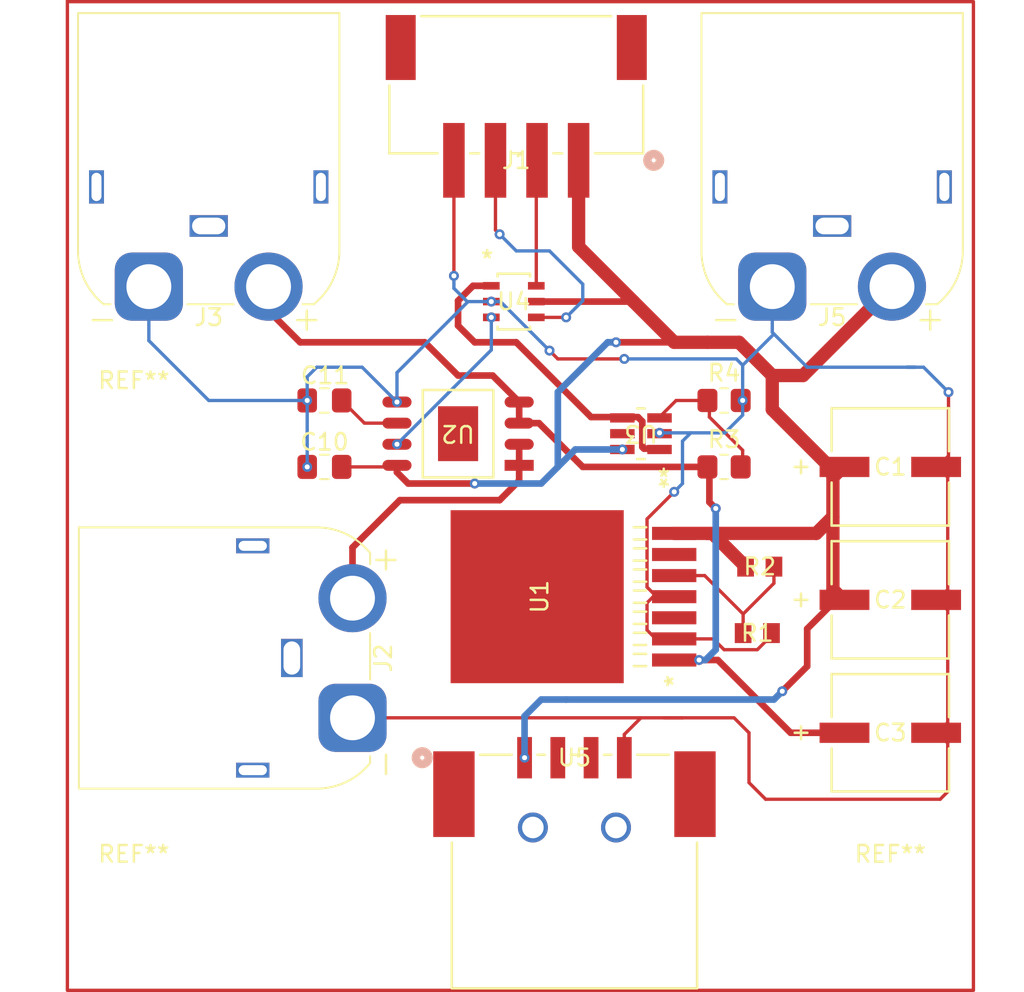
<source format=kicad_pcb>
(kicad_pcb (version 20240108) (generator "pcbnew") (generator_version "8.0")
  (layers (0 "F.Cu" signal) (31 "B.Cu" signal) (34 "B.Paste" user) (35 "F.Paste" user) (36 "B.SilkS" user "B.Silkscreen") (37 "F.SilkS" user "F.Silkscreen") (38 "B.Mask" user) (39 "F.Mask" user) (44 "Edge.Cuts" user))
  (net 0 "")
  (net 1 "GND")
  (net 2 "Net-(U2-FILTER)")
  (net 3 "Net-(U3-IN+)")
  (net 4 "/Buck Converter/Vin (12V)")
  (net 5 "/Current Sensor/CURRENT IN")
  (net 7 "Net-(U1-FB)")
  (net 11 "/Buck Converter/Vout (5V 5A)")
  (net 12 "Net-(U4-Y)")
  (net 13 "Net-(U4-S)")
  (net 14 "/Current Sensor/VOLTAGE OUT (of reading)")
  (net 15 "Net-(U3-IN-)")
  (footprint "_Footprints:RC0805N_PAN" (layer "F.Cu") (at 150 90)
    (property "Reference" "R1" (at 0 0 0) (layer "F.SilkS"))
    (property "Value" "ERJ-6ENF1071V")
    (pad "1" smd rect (at -0.852799 0) (size 1.005599 1.199998) (layers "F.Cu" "F.Paste" "F.Mask") (net 7 "Net-(U1-FB)"))
    (pad "2" smd rect (at 0.852799 0) (size 1.005599 1.199998) (layers "F.Cu" "F.Paste" "F.Mask") (net 1 "GND"))
  )
  (footprint "MountingHole:MountingHole_2.1mm" (layer "F.Cu") (at 112.5 78)
    (property "Reference" "REF**" (at 0 -3.2 0) (layer "F.SilkS"))
    (property "Value" "MountingHole_2.1mm")
    (pad "" np_thru_hole circle (at 0 0) (size 2.1 2.1) (drill 2.1) (layers "*.Cu" "*.Mask"))
  )
  (footprint "_Footprints:PCAP_SVP_C6_PAN" (layer "F.Cu") (at 158 96)
    (property "Reference" "C3" (at 0 0 0) (layer "F.SilkS"))
    (property "Value" "25SVPF47M")
    (fp_line (start -5.3721 -0.381) (end -5.3721 0.381) (stroke (width 0.1524)) (layer "F.SilkS"))
    (fp_line (start -4.9911 0) (end -5.7531 0) (stroke (width 0.1524)) (layer "F.SilkS"))
    (fp_line (start -3.5306 -3.5306) (end -3.5306 -0.94234) (stroke (width 0.1524)) (layer "F.SilkS"))
    (fp_line (start -3.5306 0.94234) (end -3.5306 3.5306) (stroke (width 0.1524)) (layer "F.SilkS"))
    (fp_line (start -3.5306 3.5306) (end 3.5306 3.5306) (stroke (width 0.1524)) (layer "F.SilkS"))
    (fp_line (start 3.5306 -3.5306) (end -3.5306 -3.5306) (stroke (width 0.1524)) (layer "F.SilkS"))
    (fp_line (start 3.5306 -0.94234) (end 3.5306 -3.5306) (stroke (width 0.1524)) (layer "F.SilkS"))
    (fp_line (start 3.5306 3.5306) (end 3.5306 0.94234) (stroke (width 0.1524)) (layer "F.SilkS"))
    (pad "1" smd rect (at -2.7559 0) (size 2.9972 1.2192) (layers "F.Cu" "F.Paste" "F.Mask") (net 4 "/Buck Converter/Vin (12V)"))
    (pad "2" smd rect (at 2.7559 0) (size 2.9972 1.2192) (layers "F.Cu" "F.Paste" "F.Mask") (net 1 "GND"))
  )
  (footprint "footprints 2:SOIC-8_ALM" (layer "F.Cu") (at 132 78 180)
    (property "Reference" "U2" (at 0 0 180) (layer "F.SilkS"))
    (property "Value" "ACS715LLCTR-30A-T")
    (fp_line (start 2.1209 2.6289) (end 2.1209 -2.6289) (stroke (width 0.1524)) (layer "F.SilkS"))
    (fp_line (start 2.1209 -2.6289) (end -2.1209 -2.6289) (stroke (width 0.1524)) (layer "F.SilkS"))
    (fp_line (start -2.1209 2.6289) (end 2.1209 2.6289) (stroke (width 0.1524)) (layer "F.SilkS"))
    (fp_line (start -2.1209 -2.6289) (end -2.1209 2.6289) (stroke (width 0.1524)) (layer "F.SilkS"))
    (pad "1" smd rect (at -3.674999 -1.905 180) (size 1.7526 0.6604) (layers "F.Cu" "F.Paste" "F.Mask") (net 5 "/Current Sensor/CURRENT IN"))
    (pad "2" smd oval (at -3.674999 -0.635 180) (size 1.7526 0.6604) (layers "F.Cu" "F.Paste" "F.Mask") (net 5 "/Current Sensor/CURRENT IN"))
    (pad "3" smd oval (at -3.674999 0.635 180) (size 1.7526 0.6604) (layers "F.Cu" "F.Paste" "F.Mask") (net 4 "/Buck Converter/Vin (12V)"))
    (pad "4" smd oval (at -3.674999 1.905 180) (size 1.7526 0.6604) (layers "F.Cu" "F.Paste" "F.Mask") (net 4 "/Buck Converter/Vin (12V)"))
    (pad "5" smd oval (at 3.674999 1.905 180) (size 1.7526 0.6604) (layers "F.Cu" "F.Paste" "F.Mask") (net 1 "GND"))
    (pad "6" smd oval (at 3.674999 0.635 180) (size 1.7526 0.6604) (layers "F.Cu" "F.Paste" "F.Mask") (net 2 "Net-(U2-FILTER)"))
    (pad "7" smd oval (at 3.674999 -0.635 180) (size 1.7526 0.6604) (layers "F.Cu" "F.Paste" "F.Mask") (net 14 "/Current Sensor/VOLTAGE OUT (of reading)"))
    (pad "8" smd oval (at 3.674999 -1.905 180) (size 1.7526 0.6604) (layers "F.Cu" "F.Paste" "F.Mask") (net 11 "/Buck Converter/Vout (5V 5A)"))
    (pad "9" smd rect (at 0 0 180) (size 2.413 3.302) (layers "F.Cu" "F.Mask"))
  )
  (footprint "Resistor_SMD:R_0805_2012Metric_Pad1.20x1.40mm_HandSolder" (layer "F.Cu") (at 148 76)
    (property "Reference" "R4" (at 0 -1.65 0) (layer "F.SilkS"))
    (property "Value" "0.333M")
    (fp_line (start -0.227064 -0.735) (end 0.227064 -0.735) (stroke (width 0.12)) (layer "F.SilkS"))
    (fp_line (start -0.227064 0.735) (end 0.227064 0.735) (stroke (width 0.12)) (layer "F.SilkS"))
    (pad "1" smd roundrect (at -1 0) (size 1.2 1.4) (layers "F.Cu" "F.Paste" "F.Mask") (roundrect_rratio 0.208333) (net 3 "Net-(U3-IN+)"))
    (pad "2" smd roundrect (at 1 0) (size 1.2 1.4) (layers "F.Cu" "F.Paste" "F.Mask") (roundrect_rratio 0.208333) (net 1 "GND"))
  )
  (footprint "_Footprints:PCAP_SVP_C6_PAN" (layer "F.Cu") (at 158 88)
    (property "Reference" "C2" (at 0 0 0) (layer "F.SilkS"))
    (property "Value" "20SVPF120M")
    (fp_line (start -5.3721 -0.381) (end -5.3721 0.381) (stroke (width 0.1524)) (layer "F.SilkS"))
    (fp_line (start -4.9911 0) (end -5.7531 0) (stroke (width 0.1524)) (layer "F.SilkS"))
    (fp_line (start -3.5306 -3.5306) (end -3.5306 -0.94234) (stroke (width 0.1524)) (layer "F.SilkS"))
    (fp_line (start -3.5306 0.94234) (end -3.5306 3.5306) (stroke (width 0.1524)) (layer "F.SilkS"))
    (fp_line (start -3.5306 3.5306) (end 3.5306 3.5306) (stroke (width 0.1524)) (layer "F.SilkS"))
    (fp_line (start 3.5306 -3.5306) (end -3.5306 -3.5306) (stroke (width 0.1524)) (layer "F.SilkS"))
    (fp_line (start 3.5306 -0.94234) (end 3.5306 -3.5306) (stroke (width 0.1524)) (layer "F.SilkS"))
    (fp_line (start 3.5306 3.5306) (end 3.5306 0.94234) (stroke (width 0.1524)) (layer "F.SilkS"))
    (pad "1" smd rect (at -2.7559 0) (size 2.9972 1.2192) (layers "F.Cu" "F.Paste" "F.Mask") (net 11 "/Buck Converter/Vout (5V 5A)"))
    (pad "2" smd rect (at 2.7559 0) (size 2.9972 1.2192) (layers "F.Cu" "F.Paste" "F.Mask") (net 1 "GND"))
  )
  (footprint "_Footprints:RC0805N_PAN" (layer "F.Cu") (at 150.147201 86)
    (property "Reference" "R2" (at 0 0 0) (layer "F.SilkS"))
    (property "Value" "ERJ-6ENF5761V")
    (pad "1" smd rect (at -0.852799 0) (size 1.005599 1.199998) (layers "F.Cu" "F.Paste" "F.Mask") (net 11 "/Buck Converter/Vout (5V 5A)"))
    (pad "2" smd rect (at 0.852799 0) (size 1.005599 1.199998) (layers "F.Cu" "F.Paste" "F.Mask") (net 7 "Net-(U1-FB)"))
  )
  (footprint "_Footprints:TSOP6_SOT457_NEX" (layer "F.Cu") (at 135.35255 70.049999)
    (property "Reference" "U4" (at 0 0 0) (layer "F.SilkS"))
    (property "Value" "74LVC1G157GV_125")
    (fp_line (start -0.9779 -1.6764) (end -0.9779 -1.511341) (stroke (width 0.1524)) (layer "F.SilkS"))
    (fp_line (start -0.9779 1.511341) (end -0.9779 1.6764) (stroke (width 0.1524)) (layer "F.SilkS"))
    (fp_line (start -0.9779 1.6764) (end 0.9779 1.6764) (stroke (width 0.1524)) (layer "F.SilkS"))
    (fp_line (start 0.9779 -1.6764) (end -0.9779 -1.6764) (stroke (width 0.1524)) (layer "F.SilkS"))
    (fp_line (start 0.9779 -1.511341) (end 0.9779 -1.6764) (stroke (width 0.1524)) (layer "F.SilkS"))
    (fp_line (start 0.9779 1.6764) (end 0.9779 1.511341) (stroke (width 0.1524)) (layer "F.SilkS"))
    (fp_text user "*" (at -1.60655 -2.5502 0) (layer "F.SilkS"))
    (fp_text user "*" (at -1.60655 -2.5502 0) (layer "F.SilkS"))
    (pad "1" smd rect (at -1.35255 -0.950001) (size 1.0033 0.4572) (layers "F.Cu" "F.Paste" "F.Mask") (net 15 "Net-(U3-IN-)"))
    (pad "2" smd rect (at -1.35255 0) (size 1.0033 0.4572) (layers "F.Cu" "F.Paste" "F.Mask") (net 1 "GND"))
    (pad "3" smd rect (at -1.35255 0.950001) (size 1.0033 0.4572) (layers "F.Cu" "F.Paste" "F.Mask") (net 14 "/Current Sensor/VOLTAGE OUT (of reading)"))
    (pad "4" smd rect (at 1.35255 0.950001) (size 1.0033 0.4572) (layers "F.Cu" "F.Paste" "F.Mask") (net 12 "Net-(U4-Y)"))
    (pad "5" smd rect (at 1.35255 0) (size 1.0033 0.4572) (layers "F.Cu" "F.Paste" "F.Mask") (net 11 "/Buck Converter/Vout (5V 5A)"))
    (pad "6" smd rect (at 1.35255 -0.950001) (size 1.0033 0.4572) (layers "F.Cu" "F.Paste" "F.Mask") (net 13 "Net-(U4-S)"))
  )
  (footprint "MountingHole:MountingHole_2.1mm" (layer "F.Cu") (at 112.5 106.5)
    (property "Reference" "REF**" (at 0 -3.2 0) (layer "F.SilkS"))
    (property "Value" "MountingHole_2.1mm")
    (pad "" np_thru_hole circle (at 0 0) (size 2.1 2.1) (drill 2.1) (layers "*.Cu" "*.Mask"))
  )
  (footprint "_Footprints:USB-A-S-RA-TSMT_ADM" (layer "F.Cu") (at 136 97.5)
    (property "Reference" "U5" (at 2.999999 0 0) (layer "F.SilkS"))
    (property "Value" "USB-A-S-RA-TSMT")
    (fp_circle (center -6.155 0) (end -5.774 0) (stroke (width 0.508)) (fill none) (layer "B.SilkS"))
    (fp_line (start -4.376999 5.104232) (end -4.376999 13.877001) (stroke (width 0.1524)) (layer "F.SilkS"))
    (fp_line (start -4.376999 13.877001) (end 10.376998 13.877001) (stroke (width 0.1524)) (layer "F.SilkS"))
    (fp_line (start -0.77724 -0.177) (end -2.672659 -0.177) (stroke (width 0.1524)) (layer "F.SilkS"))
    (fp_line (start 1.222759 -0.177) (end 0.77724 -0.177) (stroke (width 0.1524)) (layer "F.SilkS"))
    (fp_line (start 3.22276 -0.177) (end 2.777239 -0.177) (stroke (width 0.1524)) (layer "F.SilkS"))
    (fp_line (start 5.222758 -0.177) (end 4.77724 -0.177) (stroke (width 0.1524)) (layer "F.SilkS"))
    (fp_line (start 8.672657 -0.177) (end 6.777238 -0.177) (stroke (width 0.1524)) (layer "F.SilkS"))
    (fp_line (start 10.376998 13.877001) (end 10.376998 5.104232) (stroke (width 0.1524)) (layer "F.SilkS"))
    (fp_arc (start -6.005139 0.350289) (mid -6.536 0) (end -6.005139 -0.350289) (stroke (width 0.508)) (layer "F.SilkS"))
    (pad "1" smd rect (at 0 0) (size 0.889 2.4892) (layers "F.Cu" "F.Paste" "F.Mask") (net 11 "/Buck Converter/Vout (5V 5A)"))
    (pad "2" smd rect (at 1.999999 0) (size 0.889 2.4892) (layers "F.Cu" "F.Paste" "F.Mask"))
    (pad "3" smd rect (at 4 0) (size 0.889 2.4892) (layers "F.Cu" "F.Paste" "F.Mask"))
    (pad "4" smd rect (at 5.999998 0) (size 0.889 2.4892) (layers "F.Cu" "F.Paste" "F.Mask") (net 1 "GND"))
    (pad "5" thru_hole circle (at 0.499999 4.199999) (size 1.8034 1.8034) (drill 1.2954) (layers "*.Cu" "*.Mask"))
    (pad "6" thru_hole circle (at 5.499999 4.199999) (size 1.8034 1.8034) (drill 1.2954) (layers "*.Cu" "*.Mask"))
    (pad "7" smd rect (at -4.249999 2.193392) (size 2.4892 5.1562) (layers "F.Cu" "F.Paste" "F.Mask"))
    (pad "8" smd rect (at 10.249997 2.193392) (size 2.4892 5.1562) (layers "F.Cu" "F.Paste" "F.Mask"))
  )
  (footprint "_Footprints:CONN4_S4B-XH_JST" (layer "F.Cu") (at 135.5 57)
    (property "Reference" "J1" (at 0 4.549501 0) (layer "F.SilkS"))
    (property "Value" "S4B-XH-SM4-TB")
    (fp_circle (center 8.2677 4.549501) (end 8.6487 4.549501) (stroke (width 0.508)) (fill none) (layer "B.SilkS"))
    (fp_line (start -7.6327 0.048041) (end -7.6327 4.1275) (stroke (width 0.1524)) (layer "F.SilkS"))
    (fp_line (start -7.6327 4.1275) (end -4.73044 4.1275) (stroke (width 0.1524)) (layer "F.SilkS"))
    (fp_line (start -2.76956 4.1275) (end -2.23044 4.1275) (stroke (width 0.1524)) (layer "F.SilkS"))
    (fp_line (start -0.26956 4.1275) (end 0.26956 4.1275) (stroke (width 0.1524)) (layer "F.SilkS"))
    (fp_line (start 2.23044 4.1275) (end 2.76956 4.1275) (stroke (width 0.1524)) (layer "F.SilkS"))
    (fp_line (start 4.73044 4.1275) (end 7.6327 4.1275) (stroke (width 0.1524)) (layer "F.SilkS"))
    (fp_line (start 5.715559 -4.1275) (end -5.715559 -4.1275) (stroke (width 0.1524)) (layer "F.SilkS"))
    (fp_line (start 7.6327 4.1275) (end 7.6327 0.048041) (stroke (width 0.1524)) (layer "F.SilkS"))
    (fp_circle (center 8.2677 4.549501) (end 8.6487 4.549501) (stroke (width 0.508)) (fill none) (layer "F.SilkS"))
    (pad "1" smd rect (at 3.75 4.549501) (size 1.2954 4.4958) (layers "F.Cu" "F.Paste" "F.Mask") (net 11 "/Buck Converter/Vout (5V 5A)"))
    (pad "2" smd rect (at 1.25 4.549501) (size 1.2954 4.4958) (layers "F.Cu" "F.Paste" "F.Mask") (net 13 "Net-(U4-S)"))
    (pad "3" smd rect (at -1.25 4.549501) (size 1.2954 4.4958) (layers "F.Cu" "F.Paste" "F.Mask") (net 12 "Net-(U4-Y)"))
    (pad "4" smd rect (at -3.75 4.549501) (size 1.2954 4.4958) (layers "F.Cu" "F.Paste" "F.Mask") (net 1 "GND"))
    (pad "5" smd rect (at -6.949999 -2.240499) (size 1.8034 3.9116) (layers "F.Cu" "F.Paste" "F.Mask"))
    (pad "6" smd rect (at 6.949999 -2.240499) (size 1.8034 3.9116) (layers "F.Cu" "F.Paste" "F.Mask"))
  )
  (footprint "Connector_AMASS:AMASS_XT60IPW-M_1x03_P7.20mm_Horizontal" (layer "F.Cu") (at 113.4 69.15)
    (property "Reference" "J3" (at 3.6 1.85 0) (layer "F.SilkS"))
    (property "Value" "XT60PW-M")
    (fp_line (start -4.26 -16.46) (end -4.26 -2.15) (stroke (width 0.12)) (layer "F.SilkS"))
    (fp_line (start -4.26 -16.46) (end 11.46 -16.46) (stroke (width 0.12)) (layer "F.SilkS"))
    (fp_line (start -2.71 1.06) (end -2.31 1.06) (stroke (width 0.12)) (layer "F.SilkS"))
    (fp_line (start 2.31 1.06) (end 5.1 1.06) (stroke (width 0.12)) (layer "F.SilkS"))
    (fp_line (start 9.25 1.06) (end 9.92 1.06) (stroke (width 0.12)) (layer "F.SilkS"))
    (fp_line (start 11.46 -16.46) (end 11.46 -2.15) (stroke (width 0.12)) (layer "F.SilkS"))
    (fp_arc (start -2.718715 1.058395) (mid -3.854694 -0.370298) (end -4.26 -2.15) (stroke (width 0.12)) (layer "F.SilkS"))
    (fp_arc (start 11.46 -2.15) (mid 11.05498 -0.370894) (end 9.919747 1.057569) (stroke (width 0.12)) (layer "F.SilkS"))
    (fp_text user "+" (at 9.5 1.9 0) (layer "F.SilkS") (effects (font (size 1.5 1.5))))
    (fp_text user "-" (at -2.8 1.9 0) (layer "F.SilkS") (effects (font (size 1.5 1.5))))
    (pad "" thru_hole rect (at -3.15 -6) (size 0.9 2) (drill oval 0.6 1.7) (layers "*.Cu" "*.Mask"))
    (pad "" thru_hole rect (at 10.35 -6) (size 0.9 2) (drill oval 0.6 1.7) (layers "*.Cu" "*.Mask"))
    (pad "1" thru_hole roundrect (at 0 0) (size 4.1 4.1) (drill 2.7) (layers "*.Cu" "*.Mask") (net 1 "GND"))
    (pad "2" thru_hole circle (at 7.2 0) (size 4.1 4.1) (drill 2.7) (layers "*.Cu" "*.Mask") (net 4 "/Buck Converter/Vin (12V)"))
    (pad "3" thru_hole rect (at 3.6 -3.65) (size 2.3 1.3) (drill oval 2 1) (layers "*.Cu" "*.Mask"))
  )
  (footprint "Connector_AMASS:AMASS_XT60IPW-M_1x03_P7.20mm_Horizontal" (layer "F.Cu") (at 150.9 69.15)
    (property "Reference" "J5" (at 3.6 1.85 0) (layer "F.SilkS"))
    (property "Value" "XT60PW-M")
    (fp_line (start -4.26 -16.46) (end -4.26 -2.15) (stroke (width 0.12)) (layer "F.SilkS"))
    (fp_line (start -4.26 -16.46) (end 11.46 -16.46) (stroke (width 0.12)) (layer "F.SilkS"))
    (fp_line (start -2.71 1.06) (end -2.31 1.06) (stroke (width 0.12)) (layer "F.SilkS"))
    (fp_line (start 2.31 1.06) (end 5.1 1.06) (stroke (width 0.12)) (layer "F.SilkS"))
    (fp_line (start 9.25 1.06) (end 9.92 1.06) (stroke (width 0.12)) (layer "F.SilkS"))
    (fp_line (start 11.46 -16.46) (end 11.46 -2.15) (stroke (width 0.12)) (layer "F.SilkS"))
    (fp_arc (start -2.718715 1.058395) (mid -3.854694 -0.370298) (end -4.26 -2.15) (stroke (width 0.12)) (layer "F.SilkS"))
    (fp_arc (start 11.46 -2.15) (mid 11.05498 -0.370894) (end 9.919747 1.057569) (stroke (width 0.12)) (layer "F.SilkS"))
    (fp_text user "+" (at 9.5 1.9 0) (layer "F.SilkS") (effects (font (size 1.5 1.5))))
    (fp_text user "-" (at -2.8 1.9 0) (layer "F.SilkS") (effects (font (size 1.5 1.5))))
    (pad "" thru_hole rect (at -3.15 -6) (size 0.9 2) (drill oval 0.6 1.7) (layers "*.Cu" "*.Mask"))
    (pad "" thru_hole rect (at 10.35 -6) (size 0.9 2) (drill oval 0.6 1.7) (layers "*.Cu" "*.Mask"))
    (pad "1" thru_hole roundrect (at 0 0) (size 4.1 4.1) (drill 2.7) (layers "*.Cu" "*.Mask") (net 1 "GND"))
    (pad "2" thru_hole circle (at 7.2 0) (size 4.1 4.1) (drill 2.7) (layers "*.Cu" "*.Mask") (net 11 "/Buck Converter/Vout (5V 5A)"))
    (pad "3" thru_hole rect (at 3.6 -3.65) (size 2.3 1.3) (drill oval 2 1) (layers "*.Cu" "*.Mask"))
  )
  (footprint "_Footprints:PCAP_SVP_C6_PAN" (layer "F.Cu") (at 158 80)
    (property "Reference" "C1" (at 0 0 0) (layer "F.SilkS"))
    (property "Value" "20SVPF120M")
    (fp_line (start -5.3721 -0.381) (end -5.3721 0.381) (stroke (width 0.1524)) (layer "F.SilkS"))
    (fp_line (start -4.9911 0) (end -5.7531 0) (stroke (width 0.1524)) (layer "F.SilkS"))
    (fp_line (start -3.5306 -3.5306) (end -3.5306 -0.94234) (stroke (width 0.1524)) (layer "F.SilkS"))
    (fp_line (start -3.5306 0.94234) (end -3.5306 3.5306) (stroke (width 0.1524)) (layer "F.SilkS"))
    (fp_line (start -3.5306 3.5306) (end 3.5306 3.5306) (stroke (width 0.1524)) (layer "F.SilkS"))
    (fp_line (start 3.5306 -3.5306) (end -3.5306 -3.5306) (stroke (width 0.1524)) (layer "F.SilkS"))
    (fp_line (start 3.5306 -0.94234) (end 3.5306 -3.5306) (stroke (width 0.1524)) (layer "F.SilkS"))
    (fp_line (start 3.5306 3.5306) (end 3.5306 0.94234) (stroke (width 0.1524)) (layer "F.SilkS"))
    (pad "1" smd rect (at -2.7559 0) (size 2.9972 1.2192) (layers "F.Cu" "F.Paste" "F.Mask") (net 11 "/Buck Converter/Vout (5V 5A)"))
    (pad "2" smd rect (at 2.7559 0) (size 2.9972 1.2192) (layers "F.Cu" "F.Paste" "F.Mask") (net 1 "GND"))
  )
  (footprint "Capacitor_SMD:C_0805_2012Metric_Pad1.18x1.45mm_HandSolder" (layer "F.Cu") (at 123.9625 76 180)
    (property "Reference" "C11" (at -0.0375 1.5 0) (layer "F.SilkS"))
    (property "Value" "1nF")
    (fp_line (start -0.261252 0.735) (end 0.261252 0.735) (stroke (width 0.12)) (layer "F.SilkS"))
    (fp_line (start -0.261252 -0.735) (end 0.261252 -0.735) (stroke (width 0.12)) (layer "F.SilkS"))
    (pad "1" smd roundrect (at -1.0375 0 180) (size 1.175 1.45) (layers "F.Cu" "F.Paste" "F.Mask") (roundrect_rratio 0.212766) (net 2 "Net-(U2-FILTER)"))
    (pad "2" smd roundrect (at 1.0375 0 180) (size 1.175 1.45) (layers "F.Cu" "F.Paste" "F.Mask") (roundrect_rratio 0.212766) (net 1 "GND"))
  )
  (footprint "MountingHole:MountingHole_2.1mm" (layer "F.Cu") (at 158 106.5)
    (property "Reference" "REF**" (at 0 -3.2 0) (layer "F.SilkS"))
    (property "Value" "MountingHole_2.1mm")
    (pad "" np_thru_hole circle (at 0 0) (size 2.1 2.1) (drill 2.1) (layers "*.Cu" "*.Mask"))
  )
  (footprint "_Footprints:DBV6" (layer "F.Cu") (at 143 78 180)
    (property "Reference" "U3" (at 0 0 180) (layer "F.SilkS"))
    (property "Value" "TLV2370IDBVR")
    (fp_line (start 0.226316 -1.524) (end -0.226316 -1.524) (stroke (width 0.1524)) (layer "F.SilkS"))
    (fp_line (start -0.226316 1.524) (end 0.226316 1.524) (stroke (width 0.1524)) (layer "F.SilkS"))
    (fp_text user "*" (at -1.3716 -2.6518 180) (layer "F.SilkS"))
    (fp_text user "*" (at -1.3716 -2.6518 180) (layer "F.SilkS"))
    (pad "1" smd rect (at -1.1176 -0.950001 180) (size 1.4732 0.5588) (layers "F.Cu" "F.Paste" "F.Mask") (net 15 "Net-(U3-IN-)"))
    (pad "2" smd rect (at -1.1176 0 180) (size 1.4732 0.5588) (layers "F.Cu" "F.Paste" "F.Mask") (net 1 "GND"))
    (pad "3" smd rect (at -1.1176 0.950001 180) (size 1.4732 0.5588) (layers "F.Cu" "F.Paste" "F.Mask") (net 3 "Net-(U3-IN+)"))
    (pad "4" smd rect (at 1.1176 0.950001 180) (size 1.4732 0.5588) (layers "F.Cu" "F.Paste" "F.Mask") (net 15 "Net-(U3-IN-)"))
    (pad "5" smd rect (at 1.1176 0 180) (size 1.4732 0.5588) (layers "F.Cu" "F.Paste" "F.Mask"))
    (pad "6" smd rect (at 1.1176 -0.950001 180) (size 1.4732 0.5588) (layers "F.Cu" "F.Paste" "F.Mask") (net 11 "/Buck Converter/Vout (5V 5A)"))
  )
  (footprint "Capacitor_SMD:C_0805_2012Metric_Pad1.18x1.45mm_HandSolder" (layer "F.Cu") (at 123.9625 80 180)
    (property "Reference" "C10" (at 0 1.5 0) (layer "F.SilkS"))
    (property "Value" "0.1uF")
    (fp_line (start -0.261252 0.735) (end 0.261252 0.735) (stroke (width 0.12)) (layer "F.SilkS"))
    (fp_line (start -0.261252 -0.735) (end 0.261252 -0.735) (stroke (width 0.12)) (layer "F.SilkS"))
    (pad "1" smd roundrect (at -1.0375 0 180) (size 1.175 1.45) (layers "F.Cu" "F.Paste" "F.Mask") (roundrect_rratio 0.212766) (net 11 "/Buck Converter/Vout (5V 5A)"))
    (pad "2" smd roundrect (at 1.0375 0 180) (size 1.175 1.45) (layers "F.Cu" "F.Paste" "F.Mask") (roundrect_rratio 0.212766) (net 1 "GND"))
  )
  (footprint "Resistor_SMD:R_0805_2012Metric_Pad1.20x1.40mm_HandSolder" (layer "F.Cu") (at 148 80)
    (property "Reference" "R3" (at 0 -1.65 0) (layer "F.SilkS"))
    (property "Value" "1M")
    (fp_line (start -0.227064 -0.735) (end 0.227064 -0.735) (stroke (width 0.12)) (layer "F.SilkS"))
    (fp_line (start -0.227064 0.735) (end 0.227064 0.735) (stroke (width 0.12)) (layer "F.SilkS"))
    (pad "1" smd roundrect (at -1 0) (size 1.2 1.4) (layers "F.Cu" "F.Paste" "F.Mask") (roundrect_rratio 0.208333) (net 4 "/Buck Converter/Vin (12V)"))
    (pad "2" smd roundrect (at 1 0) (size 1.2 1.4) (layers "F.Cu" "F.Paste" "F.Mask") (roundrect_rratio 0.208333) (net 3 "Net-(U3-IN+)"))
  )
  (footprint "_Footprints:TZA07A" (layer "F.Cu") (at 136.9101 87.81 90)
    (property "Reference" "U1" (at 0 0 90) (layer "F.SilkS"))
    (property "Value" "LMZ22005TZ/NOPB")
    (fp_line (start 4.1783 5.6642) (end 4.1783 6.4008) (stroke (width 0.1524)) (layer "F.SilkS"))
    (fp_line (start 3.4417 5.6642) (end 3.4417 6.4008) (stroke (width 0.1524)) (layer "F.SilkS"))
    (fp_line (start 2.9083 5.6642) (end 2.9083 6.4008) (stroke (width 0.1524)) (layer "F.SilkS"))
    (fp_line (start 2.1717 5.6642) (end 2.1717 6.4008) (stroke (width 0.1524)) (layer "F.SilkS"))
    (fp_line (start 1.6383 5.6642) (end 1.6383 6.4008) (stroke (width 0.1524)) (layer "F.SilkS"))
    (fp_line (start 0.9017 5.6642) (end 0.9017 6.4008) (stroke (width 0.1524)) (layer "F.SilkS"))
    (fp_line (start 0.3683 5.6642) (end 0.3683 6.4008) (stroke (width 0.1524)) (layer "F.SilkS"))
    (fp_line (start -0.3683 5.6642) (end -0.3683 6.4008) (stroke (width 0.1524)) (layer "F.SilkS"))
    (fp_line (start -0.9017 5.6642) (end -0.9017 6.4008) (stroke (width 0.1524)) (layer "F.SilkS"))
    (fp_line (start -1.6383 5.6642) (end -1.6383 6.4008) (stroke (width 0.1524)) (layer "F.SilkS"))
    (fp_line (start -2.1717 5.6642) (end -2.1717 6.4008) (stroke (width 0.1524)) (layer "F.SilkS"))
    (fp_line (start -2.9083 5.6642) (end -2.9083 6.4008) (stroke (width 0.1524)) (layer "F.SilkS"))
    (fp_line (start -3.4417 5.6642) (end -3.4417 6.4008) (stroke (width 0.1524)) (layer "F.SilkS"))
    (fp_line (start -4.1783 5.6642) (end -4.1783 6.4008) (stroke (width 0.1524)) (layer "F.SilkS"))
    (fp_text user "*" (at -5.08 8.0899 90) (layer "F.SilkS"))
    (fp_text user "*" (at -5.08 8.0899 90) (layer "F.SilkS"))
    (pad "1" smd rect (at -3.81 8.0899 90) (size 0.7874 2.667) (layers "F.Cu" "F.Paste" "F.Mask") (net 4 "/Buck Converter/Vin (12V)"))
    (pad "2" smd rect (at -2.54 8.0899 90) (size 0.7874 2.667) (layers "F.Cu" "F.Paste" "F.Mask") (net 1 "GND"))
    (pad "3" smd rect (at -1.27 8.0899 90) (size 0.7874 2.667) (layers "F.Cu" "F.Paste" "F.Mask"))
    (pad "4" smd rect (at 0 8.0899 90) (size 0.7874 2.667) (layers "F.Cu" "F.Paste" "F.Mask") (net 1 "GND"))
    (pad "5" smd rect (at 1.27 8.0899 90) (size 0.7874 2.667) (layers "F.Cu" "F.Paste" "F.Mask") (net 7 "Net-(U1-FB)"))
    (pad "6" smd rect (at 2.54 8.0899 90) (size 0.7874 2.667) (layers "F.Cu" "F.Paste" "F.Mask"))
    (pad "7" smd rect (at 3.81 8.0899 90) (size 0.7874 2.667) (layers "F.Cu" "F.Paste" "F.Mask") (net 11 "/Buck Converter/Vout (5V 5A)"))
    (pad "8" smd rect (at 0 -0.1524 90) (size 10.414 10.414) (layers "F.Cu" "F.Paste" "F.Mask"))
  )
  (footprint "Connector_AMASS:AMASS_XT60IPW-M_1x03_P7.20mm_Horizontal" (layer "F.Cu") (at 125.65 95.1 90)
    (property "Reference" "J2" (at 3.6 1.85 90) (layer "F.SilkS"))
    (property "Value" "XT60PW-M")
    (fp_line (start 11.46 -16.46) (end 11.46 -2.15) (stroke (width 0.12)) (layer "F.SilkS"))
    (fp_line (start -4.26 -16.46) (end 11.46 -16.46) (stroke (width 0.12)) (layer "F.SilkS"))
    (fp_line (start -4.26 -16.46) (end -4.26 -2.15) (stroke (width 0.12)) (layer "F.SilkS"))
    (fp_line (start 9.25 1.06) (end 9.92 1.06) (stroke (width 0.12)) (layer "F.SilkS"))
    (fp_line (start 2.31 1.06) (end 5.1 1.06) (stroke (width 0.12)) (layer "F.SilkS"))
    (fp_line (start -2.71 1.06) (end -2.31 1.06) (stroke (width 0.12)) (layer "F.SilkS"))
    (fp_arc (start 11.46 -2.15) (mid 11.05498 -0.370894) (end 9.919747 1.057569) (stroke (width 0.12)) (layer "F.SilkS"))
    (fp_arc (start -2.718715 1.058395) (mid -3.854694 -0.370298) (end -4.26 -2.15) (stroke (width 0.12)) (layer "F.SilkS"))
    (fp_text user "-" (at -2.8 1.9 90) (layer "F.SilkS") (effects (font (size 1.5 1.5))))
    (fp_text user "+" (at 9.5 1.9 90) (layer "F.SilkS") (effects (font (size 1.5 1.5))))
    (pad "" thru_hole rect (at -3.15 -6 90) (size 0.9 2) (drill oval 0.6 1.7) (layers "*.Cu" "*.Mask"))
    (pad "" thru_hole rect (at 10.35 -6 90) (size 0.9 2) (drill oval 0.6 1.7) (layers "*.Cu" "*.Mask"))
    (pad "1" thru_hole roundrect (at 0 0 90) (size 4.1 4.1) (drill 2.7) (layers "*.Cu" "*.Mask") (net 1 "GND"))
    (pad "2" thru_hole circle (at 7.2 0 90) (size 4.1 4.1) (drill 2.7) (layers "*.Cu" "*.Mask") (net 5 "/Current Sensor/CURRENT IN"))
    (pad "3" thru_hole rect (at 3.6 -3.65 90) (size 2.3 1.3) (drill oval 2 1) (layers "*.Cu" "*.Mask"))
  )
  (gr_rect (start 108.5 52) (end 163 111.5) (stroke (width 0.2)) (fill none) (layer "F.Cu"))
  (segment (start 150.5 100) (end 149.5 99) (width 0.2) (layer "F.Cu") (net 1))
  (segment (start 149.5 99) (end 149.5 96) (width 0.2) (layer "F.Cu") (net 1))
  (segment (start 161.4528 95.381022) (end 161.4528 88.618978) (width 0.2) (layer "F.Cu") (net 1))
  (segment (start 150 91) (end 150.852799 90.147201) (width 0.2) (layer "F.Cu") (net 1))
  (segment (start 160.833822 96) (end 161.4528 96.618978) (width 0.2) (layer "F.Cu") (net 1))
  (segment (start 143.3665 87.2337) (end 143.3665 83.1335) (width 0.2) (layer "F.Cu") (net 1))
  (segment (start 161.4528 87.381022) (end 161.4528 80.618978) (width 0.2) (layer "F.Cu") (net 1))
  (segment (start 160.833822 88) (end 161.4528 87.381022) (width 0.2) (layer "F.Cu") (net 1))
  (segment (start 161.4528 88.618978) (end 160.833822 88) (width 0.2) (layer "F.Cu") (net 1))
  (segment (start 143.69 87.8564) (end 145 87.8564) (width 0.2) (layer "F.Cu") (net 1))
  (segment (start 160.833822 80) (end 160.7559 80) (width 0.2) (layer "F.Cu") (net 1))
  (segment (start 141.999998 97.5) (end 141.999998 96.100002) (width 0.2) (layer "F.Cu") (net 1))
  (segment (start 145 90.35) (end 147.35 90.35) (width 0.2) (layer "F.Cu") (net 1))
  (segment (start 145 90.3964) (end 143.9428 90.3964) (width 0.2) (layer "F.Cu") (net 1))
  (segment (start 150.852799 90.147201) (end 150.852799 90) (width 0.2) (layer "F.Cu") (net 1))
  (segment (start 160.7559 96) (end 160.833822 96) (width 0.2) (layer "F.Cu") (net 1))
  (segment (start 138 73.5) (end 142 73.5) (width 0.2) (layer "F.Cu") (net 1))
  (segment (start 161.4528 99.5472) (end 161 100) (width 0.2) (layer "F.Cu") (net 1))
  (segment (start 144.4 95.1) (end 145.5 95.1) (width 0.2) (layer "F.Cu") (net 1))
  (segment (start 131.75 68.5) (end 131.75 68.75) (width 0.2) (layer "F.Cu") (net 1))
  (segment (start 143.3665 83.1335) (end 145 81.5) (width 0.2) (layer "F.Cu") (net 1))
  (segment (start 160.7559 88) (end 160.833822 88) (width 0.2) (layer "F.Cu") (net 1))
  (segment (start 148.6 95.1) (end 145.5 95.1) (width 0.2) (layer "F.Cu") (net 1))
  (segment (start 131.75 61.549501) (end 131.75 68.5) (width 0.2) (layer "F.Cu") (net 1))
  (segment (start 149.5 96) (end 148.6 95.1) (width 0.2) (layer "F.Cu") (net 1))
  (segment (start 161 100) (end 150.5 100) (width 0.2) (layer "F.Cu") (net 1))
  (segment (start 143.9428 87.81) (end 143.3665 87.2337) (width 0.2) (layer "F.Cu") (net 1))
  (segment (start 161.4528 80.618978) (end 160.833822 80) (width 0.2) (layer "F.Cu") (net 1))
  (segment (start 160.833822 96) (end 161.4528 95.381022) (width 0.2) (layer "F.Cu") (net 1))
  (segment (start 148 91) (end 150 91) (width 0.2) (layer "F.Cu") (net 1))
  (segment (start 161.5 75.5) (end 161.5 79.333822) (width 0.2) (layer "F.Cu") (net 1))
  (segment (start 161.5 79.333822) (end 160.833822 80) (width 0.2) (layer "F.Cu") (net 1))
  (segment (start 161.4528 96.618978) (end 161.4528 99.5472) (width 0.2) (layer "F.Cu") (net 1))
  (segment (start 125.65 95.1) (end 143 95.1) (width 0.2) (layer "F.Cu") (net 1))
  (segment (start 143.3665 88.1799) (end 143.69 87.8564) (width 0.2) (layer "F.Cu") (net 1))
  (segment (start 137.5 73) (end 138 73.5) (width 0.2) (layer "F.Cu") (net 1))
  (segment (start 143.9428 90.3964) (end 143.3665 89.8201) (width 0.2) (layer "F.Cu") (net 1))
  (segment (start 143 95.1) (end 145.5 95.1) (width 0.2) (layer "F.Cu") (net 1))
  (segment (start 145 87.81) (end 143.9428 87.81) (width 0.2) (layer "F.Cu") (net 1))
  (segment (start 147.35 90.35) (end 148 91) (width 0.2) (layer "F.Cu") (net 1))
  (segment (start 143.3665 89.8201) (end 143.3665 88.1799) (width 0.2) (layer "F.Cu") (net 1))
  (segment (start 141.999998 96.100002) (end 143 95.1) (width 0.2) (layer "F.Cu") (net 1))
  (via (at 142 73.5) (size 0.6) (drill 0.3) (layers "F.Cu" "B.Cu") (net 1))
  (via (at 137.5 73) (size 0.6) (drill 0.3) (layers "F.Cu" "B.Cu") (net 1))
  (via (at 134 70.049999) (size 0.6) (drill 0.3) (layers "F.Cu" "B.Cu") (net 1))
  (via (at 122.925 80) (size 0.6) (drill 0.3) (layers "F.Cu" "B.Cu") (net 1))
  (via (at 122.925 76) (size 0.6) (drill 0.3) (layers "F.Cu" "B.Cu") (net 1))
  (via (at 128.325001 76.095) (size 0.6) (drill 0.3) (layers "F.Cu" "B.Cu") (net 1))
  (via (at 131.75 68.5) (size 0.6) (drill 0.3) (layers "F.Cu" "B.Cu") (net 1))
  (via (at 149.1176 76) (size 0.6) (drill 0.3) (layers "F.Cu" "B.Cu") (net 1))
  (via (at 144.1176 77.950001) (size 0.6) (drill 0.3) (layers "F.Cu" "B.Cu") (net 1))
  (via (at 145 81.5) (size 0.6) (drill 0.3) (layers "F.Cu" "B.Cu") (net 1))
  (via (at 161.5 75.5) (size 0.6) (drill 0.3) (layers "F.Cu" "B.Cu") (net 1))
  (segment (start 142 73.5) (end 148.7352 73.5) (width 0.2) (layer "B.Cu") (net 1))
  (segment (start 122.925 74.575) (end 123.5 74) (width 0.2) (layer "B.Cu") (net 1))
  (segment (start 151 72) (end 152.5 73.5) (width 0.2) (layer "B.Cu") (net 1))
  (segment (start 134 70.049999) (end 132.601472 70.049999) (width 0.2) (layer "B.Cu") (net 1))
  (segment (start 153 74) (end 159.5 74) (width 0.2) (layer "B.Cu") (net 1))
  (segment (start 159.5 74) (end 159 74) (width 0.2) (layer "B.Cu") (net 1))
  (segment (start 148.7352 73.5) (end 149.1176 73.8824) (width 0.2) (layer "B.Cu") (net 1))
  (segment (start 122.925 76) (end 122.925 74.575) (width 0.2) (layer "B.Cu") (net 1))
  (segment (start 150.9 71.9) (end 151 72) (width 0.2) (layer "B.Cu") (net 1))
  (segment (start 123.5 74) (end 126.230001 74) (width 0.2) (layer "B.Cu") (net 1))
  (segment (start 149.1176 76.8824) (end 148.049999 77.950001) (width 0.2) (layer "B.Cu") (net 1))
  (segment (start 122.925 76) (end 122.925 80) (width 0.2) (layer "B.Cu") (net 1))
  (segment (start 145 81.5) (end 145.5 81) (width 0.2) (layer "B.Cu") (net 1))
  (segment (start 149.1176 76) (end 149.1176 73.8824) (width 0.2) (layer "B.Cu") (net 1))
  (segment (start 159 74) (end 160 74) (width 0.2) (layer "B.Cu") (net 1))
  (segment (start 152.5 73.5) (end 153 74) (width 0.2) (layer "B.Cu") (net 1))
  (segment (start 128.325001 74.32647) (end 128.325001 76.095) (width 0.2) (layer "B.Cu") (net 1))
  (segment (start 132.601472 70.049999) (end 132.575736 70.075736) (width 0.2) (layer "B.Cu") (net 1))
  (segment (start 150.9 69.15) (end 150.9 71.9) (width 0.2) (layer "B.Cu") (net 1))
  (segment (start 131.75 69.25) (end 132.575736 70.075736) (width 0.2) (layer "B.Cu") (net 1))
  (segment (start 134.549999 70.049999) (end 137.5 73) (width 0.2) (layer "B.Cu") (net 1))
  (segment (start 146 77.950001) (end 144.1176 77.950001) (width 0.2) (layer "B.Cu") (net 1))
  (segment (start 132.575736 70.075736) (end 128.325001 74.32647) (width 0.2) (layer "B.Cu") (net 1))
  (segment (start 113.4 72.4) (end 117 76) (width 0.2) (layer "B.Cu") (net 1))
  (segment (start 134 70.049999) (end 134.549999 70.049999) (width 0.2) (layer "B.Cu") (net 1))
  (segment (start 145.5 78.450001) (end 146 77.950001) (width 0.2) (layer "B.Cu") (net 1))
  (segment (start 148.049999 77.950001) (end 146 77.950001) (width 0.2) (layer "B.Cu") (net 1))
  (segment (start 149.1176 73.8824) (end 151 72) (width 0.2) (layer "B.Cu") (net 1))
  (segment (start 149.1176 76) (end 149.1176 76.8824) (width 0.2) (layer "B.Cu") (net 1))
  (segment (start 131.75 68.5) (end 131.75 69.25) (width 0.2) (layer "B.Cu") (net 1))
  (segment (start 145.5 81) (end 145.5 78.450001) (width 0.2) (layer "B.Cu") (net 1))
  (segment (start 126.230001 74) (end 128.325001 76.095) (width 0.2) (layer "B.Cu") (net 1))
  (segment (start 113.4 69.15) (end 113.4 72.4) (width 0.2) (layer "B.Cu") (net 1))
  (segment (start 117 76) (end 122.925 76) (width 0.2) (layer "B.Cu") (net 1))
  (segment (start 160 74) (end 161.5 75.5) (width 0.2) (layer "B.Cu") (net 1))
  (segment (start 126.365 77.365) (end 128.325001 77.365) (width 0.2) (layer "F.Cu") (net 2))
  (segment (start 125 76) (end 126.365 77.365) (width 0.2) (layer "F.Cu") (net 2))
  (segment (start 149.1176 80) (end 149.1176 79) (width 0.2) (layer "F.Cu") (net 3))
  (segment (start 147.1176 76) (end 145.1176 76) (width 0.2) (layer "F.Cu") (net 3))
  (segment (start 149.1176 79) (end 147.1176 77) (width 0.2) (layer "F.Cu") (net 3))
  (segment (start 147.1176 77) (end 147.1176 76) (width 0.2) (layer "F.Cu") (net 3))
  (segment (start 145.1176 76) (end 144.1176 77) (width 0.2) (layer "F.Cu") (net 3))
  (segment (start 132 74.5) (end 130 72.5) (width 0.4) (layer "F.Cu") (net 4))
  (segment (start 135.674999 76.095) (end 135.674999 77.365) (width 0.4) (layer "F.Cu") (net 4))
  (segment (start 147.1176 82.1176) (end 147.5 82.5) (width 0.4) (layer "F.Cu") (net 4))
  (segment (start 152 96) (end 155.2441 96) (width 0.4) (layer "F.Cu") (net 4))
  (segment (start 147.1176 80) (end 147.1176 82.1176) (width 0.4) (layer "F.Cu") (net 4))
  (segment (start 135.674999 77.365) (end 136.865 77.365) (width 0.4) (layer "F.Cu") (net 4))
  (segment (start 134.079999 74.5) (end 132 74.5) (width 0.4) (layer "F.Cu") (net 4))
  (segment (start 136.865 77.365) (end 139.5 80) (width 0.4) (layer "F.Cu") (net 4))
  (segment (start 135.674999 76.095) (end 134.079999 74.5) (width 0.4) (layer "F.Cu") (net 4))
  (segment (start 146.5 91.62) (end 145 91.62) (width 0.4) (layer "F.Cu") (net 4))
  (segment (start 139.5 80) (end 147.1176 80) (width 0.4) (layer "F.Cu") (net 4))
  (segment (start 146.5 91.62) (end 147.62 91.62) (width 0.4) (layer "F.Cu") (net 4))
  (segment (start 120.6 70.6) (end 120.6 69.15) (width 0.4) (layer "F.Cu") (net 4))
  (segment (start 130 72.5) (end 122.5 72.5) (width 0.4) (layer "F.Cu") (net 4))
  (segment (start 122.5 72.5) (end 120.6 70.6) (width 0.4) (layer "F.Cu") (net 4))
  (segment (start 147.62 91.62) (end 152 96) (width 0.4) (layer "F.Cu") (net 4))
  (via (at 147.5 82.5) (size 0.6) (drill 0.3) (layers "F.Cu" "B.Cu") (net 4))
  (via (at 146.5 91.62) (size 0.6) (drill 0.3) (layers "F.Cu" "B.Cu") (net 4))
  (segment (start 146.88 91.62) (end 147.5 91) (width 0.4) (layer "B.Cu") (net 4))
  (segment (start 146.5 91.62) (end 146.88 91.62) (width 0.4) (layer "B.Cu") (net 4))
  (segment (start 147.5 91) (end 147.5 82.5) (width 0.4) (layer "B.Cu") (net 4))
  (segment (start 125.65 84.85) (end 128.5 82) (width 0.4) (layer "F.Cu") (net 5))
  (segment (start 135.674999 78.635) (end 135.674999 79.905) (width 0.4) (layer "F.Cu") (net 5))
  (segment (start 135.674999 80.825001) (end 135.674999 79.905) (width 0.4) (layer "F.Cu") (net 5))
  (segment (start 128.5 82) (end 134.5 82) (width 0.4) (layer "F.Cu") (net 5))
  (segment (start 134.5 82) (end 135.674999 80.825001) (width 0.4) (layer "F.Cu") (net 5))
  (segment (start 125.65 87.9) (end 125.65 84.85) (width 0.4) (layer "F.Cu") (net 5))
  (segment (start 151 86) (end 151 87) (width 0.2) (layer "F.Cu") (net 7))
  (segment (start 146.834402 86.54) (end 145 86.54) (width 0.2) (layer "F.Cu") (net 7))
  (segment (start 149.147201 88.852799) (end 149.147201 90) (width 0.2) (layer "F.Cu") (net 7))
  (segment (start 149.147201 88.852799) (end 146.834402 86.54) (width 0.2) (layer "F.Cu") (net 7))
  (segment (start 151 87) (end 149.147201 88.852799) (width 0.2) (layer "F.Cu") (net 7))
  (segment (start 149.294402 86) (end 147.294402 84) (width 0.8) (layer "F.Cu") (net 11))
  (segment (start 147 72.5) (end 148.9 72.5) (width 0.8) (layer "F.Cu") (net 11))
  (segment (start 155.166178 88) (end 155.2441 88) (width 0.8) (layer "F.Cu") (net 11))
  (segment (start 141.5 72.5) (end 147 72.5) (width 0.4) (layer "F.Cu") (net 11))
  (segment (start 150.9 74.5) (end 152.75 74.5) (width 0.8) (layer "F.Cu") (net 11))
  (segment (start 136.7051 70.049999) (end 142.549999 70.049999) (width 0.4) (layer "F.Cu") (net 11))
  (segment (start 150.9 76.5449) (end 154.3551 80) (width 0.8) (layer "F.Cu") (net 11))
  (segment (start 148.9 72.5) (end 150.9 74.5) (width 0.8) (layer "F.Cu") (net 11))
  (segment (start 153 89.741914) (end 153 92) (width 0.4) (layer "F.Cu") (net 11))
  (segment (start 145 72.5) (end 147 72.5) (width 0.8) (layer "F.Cu") (net 11))
  (segment (start 154.3551 80) (end 155.2441 80) (width 0.8) (layer "F.Cu") (net 11))
  (segment (start 154.5472 87.381022) (end 155.166178 88) (width 0.8) (layer "F.Cu") (net 11))
  (segment (start 139.25 61.549501) (end 139.25 66.75) (width 0.8) (layer "F.Cu") (net 11))
  (segment (start 154.741914 88) (end 153 89.741914) (width 0.4) (layer "F.Cu") (net 11))
  (segment (start 154.5472 83) (end 154.5472 87.381022) (width 0.8) (layer "F.Cu") (net 11))
  (segment (start 155.2441 88) (end 154.741914 88) (width 0.4) (layer "F.Cu") (net 11))
  (segment (start 154.5472 80.618978) (end 154.5472 83) (width 0.8) (layer "F.Cu") (net 11))
  (segment (start 155.2441 80) (end 154.741914 80) (width 0.8) (layer "F.Cu") (net 11))
  (segment (start 155.166178 80) (end 154.5472 80.618978) (width 0.8) (layer "F.Cu") (net 11))
  (segment (start 129 81) (end 128.325001 80.325001) (width 0.4) (layer "F.Cu") (net 11))
  (segment (start 152.75 74.5) (end 158.1 69.15) (width 0.8) (layer "F.Cu") (net 11))
  (segment (start 147 84) (end 145 84) (width 0.8) (layer "F.Cu") (net 11))
  (segment (start 147 84) (end 153.5472 84) (width 0.8) (layer "F.Cu") (net 11))
  (segment (start 128.325001 80.325001) (end 128.325001 79.905) (width 0.4) (layer "F.Cu") (net 11))
  (segment (start 150.9 74.5) (end 150.9 76.5449) (width 0.8) (layer "F.Cu") (net 11))
  (segment (start 128.230001 80) (end 128.325001 79.905) (width 0.2) (layer "F.Cu") (net 11))
  (segment (start 147.294402 84) (end 147 84) (width 0.8) (layer "F.Cu") (net 11))
  (segment (start 142.549999 70.049999) (end 145 72.5) (width 0.8) (layer "F.Cu") (net 11))
  (segment (start 153 92) (end 151.5 93.5) (width 0.4) (layer "F.Cu") (net 11))
  (segment (start 125 80) (end 128.230001 80) (width 0.2) (layer "F.Cu") (net 11))
  (segment (start 133 81) (end 129 81) (width 0.4) (layer "F.Cu") (net 11))
  (segment (start 139.25 66.75) (end 142.549999 70.049999) (width 0.8) (layer "F.Cu") (net 11))
  (segment (start 155.2441 80) (end 155.166178 80) (width 0.8) (layer "F.Cu") (net 11))
  (segment (start 153.5472 84) (end 154.5472 83) (width 0.8) (layer "F.Cu") (net 11))
  (via (at 136 97.5) (size 0.6) (drill 0.3) (layers "F.Cu" "B.Cu") (net 11))
  (via (at 141.8824 78.950001) (size 0.6) (drill 0.3) (layers "F.Cu" "B.Cu") (net 11))
  (via (at 141.5 72.5) (size 0.6) (drill 0.3) (layers "F.Cu" "B.Cu") (net 11))
  (via (at 151.5 93.5) (size 0.6) (drill 0.3) (layers "F.Cu" "B.Cu") (net 11))
  (via (at 133 81) (size 0.6) (drill 0.3) (layers "F.Cu" "B.Cu") (net 11))
  (segment (start 137 94) (end 136 95) (width 0.4) (layer "B.Cu") (net 11))
  (segment (start 138 80) (end 139.049999 78.950001) (width 0.4) (layer "B.Cu") (net 11))
  (segment (start 141 72.5) (end 141.5 72.5) (width 0.4) (layer "B.Cu") (net 11))
  (segment (start 139.049999 78.950001) (end 141.8824 78.950001) (width 0.4) (layer "B.Cu") (net 11))
  (segment (start 151 94) (end 138.5 94) (width 0.4) (layer "B.Cu") (net 11))
  (segment (start 138 80) (end 138 75.5) (width 0.4) (layer "B.Cu") (net 11))
  (segment (start 137 81) (end 138 80) (width 0.4) (layer "B.Cu") (net 11))
  (segment (start 140.5 73) (end 141 72.5) (width 0.4) (layer "B.Cu") (net 11))
  (segment (start 133 81) (end 137 81) (width 0.4) (layer "B.Cu") (net 11))
  (segment (start 138.5 94) (end 137 94) (width 0.4) (layer "B.Cu") (net 11))
  (segment (start 136 95) (end 136 97.5) (width 0.4) (layer "B.Cu") (net 11))
  (segment (start 151.5 93.5) (end 151 94) (width 0.4) (layer "B.Cu") (net 11))
  (segment (start 138 75.5) (end 140.5 73) (width 0.4) (layer "B.Cu") (net 11))
  (segment (start 136.7051 71) (end 138.5 71) (width 0.2) (layer "F.Cu") (net 12))
  (segment (start 134.25 65.75) (end 134.5 66) (width 0.2) (layer "F.Cu") (net 12))
  (segment (start 134.25 61.549501) (end 134.25 65.75) (width 0.2) (layer "F.Cu") (net 12))
  (via (at 134.5 66) (size 0.6) (drill 0.3) (layers "F.Cu" "B.Cu") (net 12))
  (via (at 138.5 71) (size 0.6) (drill 0.3) (layers "F.Cu" "B.Cu") (net 12))
  (segment (start 137.5 67) (end 135.5 67) (width 0.2) (layer "B.Cu") (net 12))
  (segment (start 139.5 69) (end 137.5 67) (width 0.2) (layer "B.Cu") (net 12))
  (segment (start 138.5 71) (end 139.5 70) (width 0.2) (layer "B.Cu") (net 12))
  (segment (start 139.5 70) (end 139.5 69) (width 0.2) (layer "B.Cu") (net 12))
  (segment (start 135.5 67) (end 134.5 66) (width 0.2) (layer "B.Cu") (net 12))
  (segment (start 136.7051 61.594401) (end 136.75 61.549501) (width 0.2) (layer "F.Cu") (net 13))
  (segment (start 136.7051 69.099998) (end 136.7051 61.594401) (width 0.2) (layer "F.Cu") (net 13))
  (via (at 134 71) (size 0.6) (drill 0.3) (layers "F.Cu" "B.Cu") (net 14))
  (via (at 128.325001 78.635) (size 0.6) (drill 0.3) (layers "F.Cu" "B.Cu") (net 14))
  (segment (start 134 72.960001) (end 134 71) (width 0.2) (layer "B.Cu") (net 14))
  (segment (start 128.325001 78.635) (end 134 72.960001) (width 0.2) (layer "B.Cu") (net 14))
  (segment (start 132 70) (end 132.900002 69.099998) (width 0.4) (layer "F.Cu") (net 15))
  (segment (start 143.181 78.900002) (end 143.081 78.800002) (width 0.4) (layer "F.Cu") (net 15))
  (segment (start 144.1176 78.900002) (end 143.181 78.900002) (width 0.4) (layer "F.Cu") (net 15))
  (segment (start 132 71.5) (end 132 70) (width 0.4) (layer "F.Cu") (net 15))
  (segment (start 133 72.5) (end 132 71.5) (width 0.4) (layer "F.Cu") (net 15))
  (segment (start 132.900002 69.099998) (end 134 69.099998) (width 0.4) (layer "F.Cu") (net 15))
  (segment (start 142.819 77) (end 140 77) (width 0.4) (layer "F.Cu") (net 15))
  (segment (start 143.081 78.800002) (end 143.081 77.262) (width 0.4) (layer "F.Cu") (net 15))
  (segment (start 135.5 72.5) (end 133 72.5) (width 0.4) (layer "F.Cu") (net 15))
  (segment (start 143.081 77.262) (end 142.819 77) (width 0.4) (layer "F.Cu") (net 15))
  (segment (start 140 77) (end 135.5 72.5) (width 0.4) (layer "F.Cu") (net 15))
)
</source>
